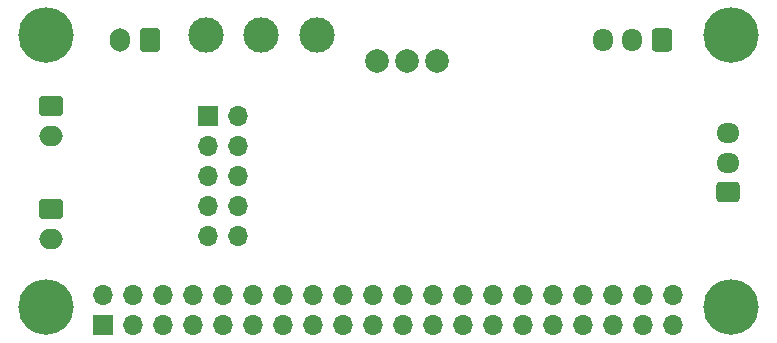
<source format=gbr>
%TF.GenerationSoftware,KiCad,Pcbnew,8.0.1-8.0.1-1~ubuntu22.04.1*%
%TF.CreationDate,2024-04-04T08:17:27+02:00*%
%TF.ProjectId,Ingenuity,496e6765-6e75-4697-9479-2e6b69636164,rev?*%
%TF.SameCoordinates,Original*%
%TF.FileFunction,Soldermask,Bot*%
%TF.FilePolarity,Negative*%
%FSLAX46Y46*%
G04 Gerber Fmt 4.6, Leading zero omitted, Abs format (unit mm)*
G04 Created by KiCad (PCBNEW 8.0.1-8.0.1-1~ubuntu22.04.1) date 2024-04-04 08:17:27*
%MOMM*%
%LPD*%
G01*
G04 APERTURE LIST*
G04 Aperture macros list*
%AMRoundRect*
0 Rectangle with rounded corners*
0 $1 Rounding radius*
0 $2 $3 $4 $5 $6 $7 $8 $9 X,Y pos of 4 corners*
0 Add a 4 corners polygon primitive as box body*
4,1,4,$2,$3,$4,$5,$6,$7,$8,$9,$2,$3,0*
0 Add four circle primitives for the rounded corners*
1,1,$1+$1,$2,$3*
1,1,$1+$1,$4,$5*
1,1,$1+$1,$6,$7*
1,1,$1+$1,$8,$9*
0 Add four rect primitives between the rounded corners*
20,1,$1+$1,$2,$3,$4,$5,0*
20,1,$1+$1,$4,$5,$6,$7,0*
20,1,$1+$1,$6,$7,$8,$9,0*
20,1,$1+$1,$8,$9,$2,$3,0*%
G04 Aperture macros list end*
%ADD10RoundRect,0.250000X0.600000X0.725000X-0.600000X0.725000X-0.600000X-0.725000X0.600000X-0.725000X0*%
%ADD11O,1.700000X1.950000*%
%ADD12RoundRect,0.250000X0.600000X0.750000X-0.600000X0.750000X-0.600000X-0.750000X0.600000X-0.750000X0*%
%ADD13O,1.700000X2.000000*%
%ADD14C,4.700000*%
%ADD15C,3.000000*%
%ADD16RoundRect,0.250000X-0.750000X0.600000X-0.750000X-0.600000X0.750000X-0.600000X0.750000X0.600000X0*%
%ADD17O,2.000000X1.700000*%
%ADD18R,1.700000X1.700000*%
%ADD19O,1.700000X1.700000*%
%ADD20C,2.000000*%
%ADD21RoundRect,0.250000X0.725000X-0.600000X0.725000X0.600000X-0.725000X0.600000X-0.725000X-0.600000X0*%
%ADD22O,1.950000X1.700000*%
G04 APERTURE END LIST*
D10*
%TO.C,J4*%
X201600000Y-50400000D03*
D11*
X199100000Y-50400000D03*
X196600000Y-50400000D03*
%TD*%
D12*
%TO.C,J1*%
X158250000Y-50400000D03*
D13*
X155750000Y-50400000D03*
%TD*%
D14*
%TO.C,H3*%
X149500000Y-73000000D03*
%TD*%
D15*
%TO.C,SW1*%
X172400000Y-50000000D03*
X167700000Y-50000000D03*
X163000000Y-50000000D03*
%TD*%
D16*
%TO.C,J6*%
X149900000Y-64700000D03*
D17*
X149900000Y-67200000D03*
%TD*%
D18*
%TO.C,J3*%
X154340000Y-74500000D03*
D19*
X154340000Y-71960000D03*
X156880000Y-74500000D03*
X156880000Y-71960000D03*
X159420000Y-74500000D03*
X159420000Y-71960000D03*
X161960000Y-74500000D03*
X161960000Y-71960000D03*
X164500000Y-74500000D03*
X164500000Y-71960000D03*
X167040000Y-74500000D03*
X167040000Y-71960000D03*
X169580000Y-74500000D03*
X169580000Y-71960000D03*
X172120000Y-74500000D03*
X172120000Y-71960000D03*
X174660000Y-74500000D03*
X174660000Y-71960000D03*
X177200000Y-74500000D03*
X177200000Y-71960000D03*
X179740000Y-74500000D03*
X179740000Y-71960000D03*
X182280000Y-74500000D03*
X182280000Y-71960000D03*
X184820000Y-74500000D03*
X184820000Y-71960000D03*
X187360000Y-74500000D03*
X187360000Y-71960000D03*
X189900000Y-74500000D03*
X189900000Y-71960000D03*
X192440000Y-74500000D03*
X192440000Y-71960000D03*
X194980000Y-74500000D03*
X194980000Y-71960000D03*
X197520000Y-74500000D03*
X197520000Y-71960000D03*
X200060000Y-74500000D03*
X200060000Y-71960000D03*
X202600000Y-74500000D03*
X202600000Y-71960000D03*
%TD*%
D20*
%TO.C,U1*%
X177460000Y-52125000D03*
X180000000Y-52125000D03*
X182540000Y-52125000D03*
%TD*%
D21*
%TO.C,J5*%
X207200000Y-63300000D03*
D22*
X207200000Y-60800000D03*
X207200000Y-58300000D03*
%TD*%
D14*
%TO.C,H2*%
X207500000Y-50000000D03*
%TD*%
D16*
%TO.C,J7*%
X149900000Y-56000000D03*
D17*
X149900000Y-58500000D03*
%TD*%
D18*
%TO.C,J2*%
X163160000Y-56860000D03*
D19*
X165700000Y-56860000D03*
X163160000Y-59400000D03*
X165700000Y-59400000D03*
X163160000Y-61940000D03*
X165700000Y-61940000D03*
X163160000Y-64480000D03*
X165700000Y-64480000D03*
X163160000Y-67020000D03*
X165700000Y-67020000D03*
%TD*%
D14*
%TO.C,H4*%
X207500000Y-73000000D03*
%TD*%
%TO.C,H1*%
X149500000Y-50000000D03*
%TD*%
M02*

</source>
